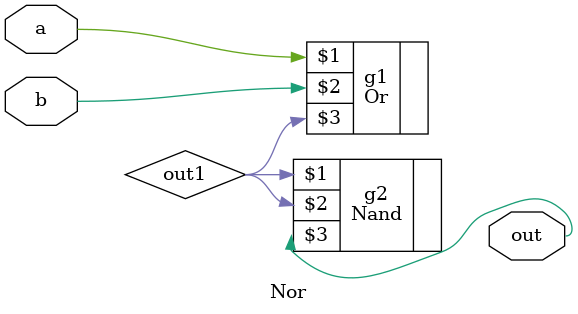
<source format=v>

module Nor(input a, b, output out);
  // your code here
       wire out1;
	Or g1(a,b,out1);
	Nand g2(out1,out1,out);
endmodule


</source>
